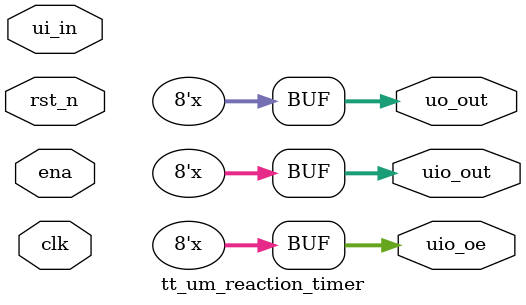
<source format=v>
/* Generated by Yosys 0.33+72 (git sha1 ac8b31e00, clang 10.0.0-4ubuntu1 -fPIC -Os) */

(* top =  1  *)
(* src = "tt_um_reaction_timer.v:1.1-29.10" *)
module tt_um_reaction_timer(clk, rst_n, ui_in, uo_out, uio_out, uio_oe, ena);
  (* src = "tt_um_reaction_timer.v:2.16-2.19" *)
  input clk;
  wire clk;
  (* src = "tt_um_reaction_timer.v:8.16-8.19" *)
  input ena;
  wire ena;
  (* src = "tt_um_reaction_timer.v:3.16-3.21" *)
  input rst_n;
  wire rst_n;
  (* src = "tt_um_reaction_timer.v:4.22-4.27" *)
  input [7:0] ui_in;
  wire [7:0] ui_in;
  (* src = "tt_um_reaction_timer.v:7.23-7.29" *)
  output [7:0] uio_oe;
  wire [7:0] uio_oe;
  (* src = "tt_um_reaction_timer.v:6.23-6.30" *)
  output [7:0] uio_out;
  wire [7:0] uio_out;
  (* src = "tt_um_reaction_timer.v:5.23-5.29" *)
  output [7:0] uo_out;
  wire [7:0] uo_out;
  assign uio_oe = 8'hxx;
  assign uio_out = 8'hxx;
  assign uo_out = 8'hxx;
endmodule

</source>
